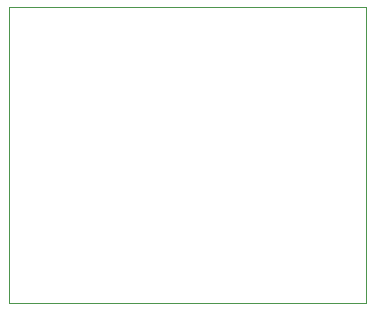
<source format=gbr>
%TF.GenerationSoftware,KiCad,Pcbnew,5.1.7-a382d34a8~87~ubuntu20.04.1*%
%TF.CreationDate,2020-11-25T21:12:42+01:00*%
%TF.ProjectId,gd32f150,67643332-6631-4353-902e-6b696361645f,rev?*%
%TF.SameCoordinates,Original*%
%TF.FileFunction,Profile,NP*%
%FSLAX46Y46*%
G04 Gerber Fmt 4.6, Leading zero omitted, Abs format (unit mm)*
G04 Created by KiCad (PCBNEW 5.1.7-a382d34a8~87~ubuntu20.04.1) date 2020-11-25 21:12:42*
%MOMM*%
%LPD*%
G01*
G04 APERTURE LIST*
%TA.AperFunction,Profile*%
%ADD10C,0.050000*%
%TD*%
G04 APERTURE END LIST*
D10*
X141000000Y-107487720D02*
X171208700Y-107487720D01*
X141000000Y-82440780D02*
X141000000Y-107487720D01*
X171213780Y-82440780D02*
X141000000Y-82440780D01*
X171208700Y-107487720D02*
X171213780Y-82440780D01*
M02*

</source>
